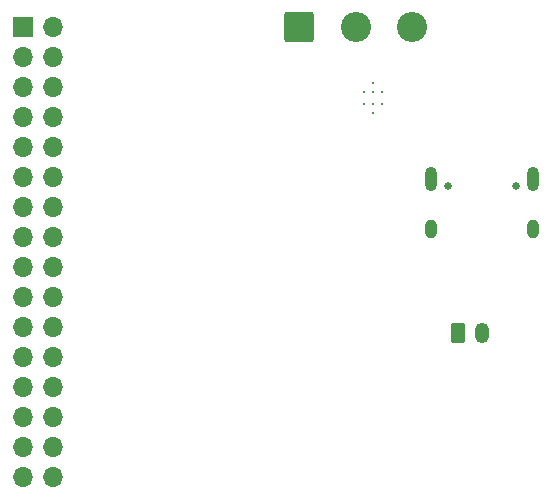
<source format=gbr>
%TF.GenerationSoftware,KiCad,Pcbnew,9.0.0*%
%TF.CreationDate,2025-03-28T14:04:11+02:00*%
%TF.ProjectId,,58585858-5858-4585-9858-585858585858,rev?*%
%TF.SameCoordinates,Original*%
%TF.FileFunction,Soldermask,Bot*%
%TF.FilePolarity,Negative*%
%FSLAX46Y46*%
G04 Gerber Fmt 4.6, Leading zero omitted, Abs format (unit mm)*
G04 Created by KiCad (PCBNEW 9.0.0) date 2025-03-28 14:04:11*
%MOMM*%
%LPD*%
G01*
G04 APERTURE LIST*
G04 Aperture macros list*
%AMRoundRect*
0 Rectangle with rounded corners*
0 $1 Rounding radius*
0 $2 $3 $4 $5 $6 $7 $8 $9 X,Y pos of 4 corners*
0 Add a 4 corners polygon primitive as box body*
4,1,4,$2,$3,$4,$5,$6,$7,$8,$9,$2,$3,0*
0 Add four circle primitives for the rounded corners*
1,1,$1+$1,$2,$3*
1,1,$1+$1,$4,$5*
1,1,$1+$1,$6,$7*
1,1,$1+$1,$8,$9*
0 Add four rect primitives between the rounded corners*
20,1,$1+$1,$2,$3,$4,$5,0*
20,1,$1+$1,$4,$5,$6,$7,0*
20,1,$1+$1,$6,$7,$8,$9,0*
20,1,$1+$1,$8,$9,$2,$3,0*%
G04 Aperture macros list end*
%ADD10C,0.300000*%
%ADD11RoundRect,0.249999X-1.025001X-1.025001X1.025001X-1.025001X1.025001X1.025001X-1.025001X1.025001X0*%
%ADD12C,2.550000*%
%ADD13RoundRect,0.250000X-0.350000X-0.625000X0.350000X-0.625000X0.350000X0.625000X-0.350000X0.625000X0*%
%ADD14O,1.200000X1.750000*%
%ADD15C,0.650000*%
%ADD16O,1.000000X2.100000*%
%ADD17O,1.000000X1.600000*%
%ADD18R,1.700000X1.700000*%
%ADD19O,1.700000X1.700000*%
G04 APERTURE END LIST*
D10*
%TO.C,U5*%
X167760000Y-72940000D03*
X166985000Y-72940000D03*
X168535000Y-72940000D03*
X167760000Y-71890000D03*
X166985000Y-71890000D03*
X168535000Y-71890000D03*
X167760000Y-73690000D03*
X167760000Y-71140000D03*
%TD*%
D11*
%TO.C,SW1*%
X161510000Y-66410000D03*
D12*
X166310000Y-66410000D03*
X171110000Y-66410000D03*
%TD*%
D13*
%TO.C,J3*%
X175000000Y-92310000D03*
D14*
X177000000Y-92310000D03*
%TD*%
D15*
%TO.C,J2*%
X174100000Y-79850000D03*
X179880000Y-79850000D03*
D16*
X172670000Y-79320000D03*
D17*
X172670000Y-83500000D03*
D16*
X181310000Y-79320000D03*
D17*
X181310000Y-83500000D03*
%TD*%
D18*
%TO.C,J1*%
X138170000Y-66430000D03*
D19*
X140710000Y-66430000D03*
X138170000Y-68970000D03*
X140710000Y-68970000D03*
X138170000Y-71510000D03*
X140710000Y-71510000D03*
X138170000Y-74050000D03*
X140710000Y-74050000D03*
X138170000Y-76590000D03*
X140710000Y-76590000D03*
X138170000Y-79130000D03*
X140710000Y-79130000D03*
X138170000Y-81670000D03*
X140710000Y-81670000D03*
X138170000Y-84210000D03*
X140710000Y-84210000D03*
X138170000Y-86750000D03*
X140710000Y-86750000D03*
X138170000Y-89290000D03*
X140710000Y-89290000D03*
X138170000Y-91830000D03*
X140710000Y-91830000D03*
X138170000Y-94370000D03*
X140710000Y-94370000D03*
X138170000Y-96910000D03*
X140710000Y-96910000D03*
X138170000Y-99450000D03*
X140710000Y-99450000D03*
X138170000Y-101990000D03*
X140710000Y-101990000D03*
X138170000Y-104530000D03*
X140710000Y-104530000D03*
%TD*%
M02*

</source>
